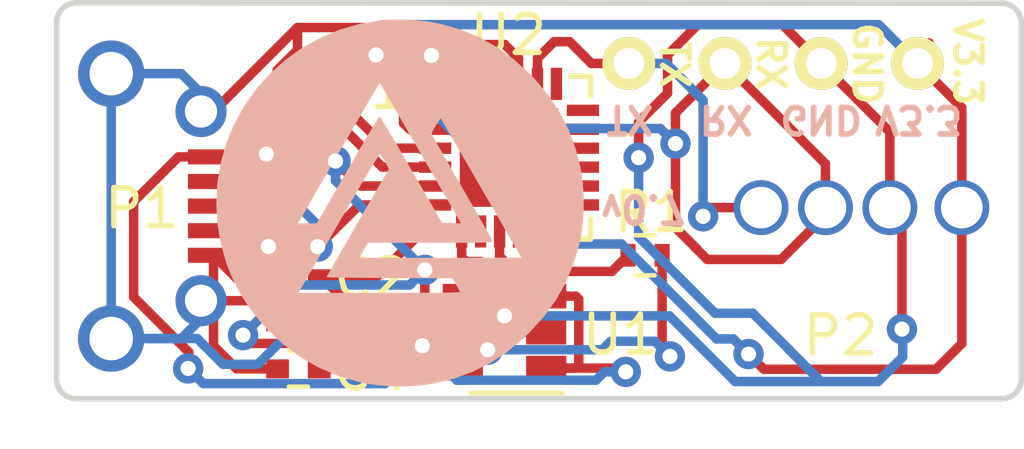
<source format=kicad_pcb>
(kicad_pcb (version 20170123) (host pcbnew no-vcs-found-c93ab4d~58~ubuntu17.04.1)

  (general
    (thickness 1.6)
    (drawings 18)
    (tracks 251)
    (zones 0)
    (modules 11)
    (nets 26)
  )

  (page A4)
  (layers
    (0 F.Cu signal)
    (31 B.Cu signal)
    (32 B.Adhes user)
    (33 F.Adhes user)
    (34 B.Paste user)
    (35 F.Paste user)
    (36 B.SilkS user)
    (37 F.SilkS user)
    (38 B.Mask user)
    (39 F.Mask user)
    (40 Dwgs.User user)
    (41 Cmts.User user)
    (42 Eco1.User user)
    (43 Eco2.User user hide)
    (44 Edge.Cuts user)
    (45 Margin user)
    (46 B.CrtYd user)
    (47 F.CrtYd user)
    (48 B.Fab user)
    (49 F.Fab user hide)
  )

  (setup
    (last_trace_width 0.25)
    (trace_clearance 0.2)
    (zone_clearance 0.508)
    (zone_45_only no)
    (trace_min 0.2)
    (segment_width 0.2)
    (edge_width 0.15)
    (via_size 0.8)
    (via_drill 0.4)
    (via_min_size 0.4)
    (via_min_drill 0.3)
    (uvia_size 0.3)
    (uvia_drill 0.1)
    (uvias_allowed no)
    (uvia_min_size 0.2)
    (uvia_min_drill 0.1)
    (pcb_text_width 0.3)
    (pcb_text_size 1.5 1.5)
    (mod_edge_width 0.15)
    (mod_text_size 1 1)
    (mod_text_width 0.15)
    (pad_size 0.85 0.3)
    (pad_drill 0)
    (pad_to_mask_clearance 0.2)
    (aux_axis_origin 0 0)
    (grid_origin 143.62 90.1)
    (visible_elements FFFFFF7F)
    (pcbplotparams
      (layerselection 0x010f0_ffffffff)
      (usegerberextensions true)
      (excludeedgelayer true)
      (linewidth 0.100000)
      (plotframeref false)
      (viasonmask false)
      (mode 1)
      (useauxorigin false)
      (hpglpennumber 1)
      (hpglpenspeed 20)
      (hpglpendiameter 15)
      (psnegative false)
      (psa4output false)
      (plotreference true)
      (plotvalue true)
      (plotinvisibletext false)
      (padsonsilk false)
      (subtractmaskfromsilk false)
      (outputformat 1)
      (mirror false)
      (drillshape 0)
      (scaleselection 1)
      (outputdirectory gerber/))
  )

  (net 0 "")
  (net 1 V3.3)
  (net 2 VCC)
  (net 3 V1.8)
  (net 4 GND)
  (net 5 USB_D+)
  (net 6 USB_D-)
  (net 7 RX)
  (net 8 TX)
  (net 9 "Net-(R1-Pad1)")
  (net 10 "Net-(P1-Pad4)")
  (net 11 "Net-(U1-Pad4)")
  (net 12 "Net-(U2-Pad24)")
  (net 13 "Net-(U2-Pad23)")
  (net 14 "Net-(U2-Pad22)")
  (net 15 "Net-(U2-Pad19)")
  (net 16 "Net-(U2-Pad18)")
  (net 17 "Net-(U2-Pad17)")
  (net 18 "Net-(U2-Pad16)")
  (net 19 "Net-(U2-Pad15)")
  (net 20 "Net-(U2-Pad14)")
  (net 21 "Net-(U2-Pad13)")
  (net 22 "Net-(U2-Pad12)")
  (net 23 "Net-(U2-Pad11)")
  (net 24 "Net-(U2-Pad10)")
  (net 25 "Net-(U2-Pad1)")

  (net_class Default "This is the default net class."
    (clearance 0.2)
    (trace_width 0.25)
    (via_dia 0.8)
    (via_drill 0.4)
    (uvia_dia 0.3)
    (uvia_drill 0.1)
    (add_net GND)
    (add_net "Net-(P1-Pad4)")
    (add_net "Net-(R1-Pad1)")
    (add_net "Net-(U1-Pad4)")
    (add_net "Net-(U2-Pad1)")
    (add_net "Net-(U2-Pad10)")
    (add_net "Net-(U2-Pad11)")
    (add_net "Net-(U2-Pad12)")
    (add_net "Net-(U2-Pad13)")
    (add_net "Net-(U2-Pad14)")
    (add_net "Net-(U2-Pad15)")
    (add_net "Net-(U2-Pad16)")
    (add_net "Net-(U2-Pad17)")
    (add_net "Net-(U2-Pad18)")
    (add_net "Net-(U2-Pad19)")
    (add_net "Net-(U2-Pad22)")
    (add_net "Net-(U2-Pad23)")
    (add_net "Net-(U2-Pad24)")
    (add_net RX)
    (add_net TX)
    (add_net USB_D+)
    (add_net USB_D-)
    (add_net V1.8)
    (add_net V3.3)
    (add_net VCC)
  )

  (module 54-00035:54-00035_nosilk (layer F.Cu) (tedit 596FAABE) (tstamp 595335EF)
    (at 149.1 88.68)
    (path /57AE816E)
    (fp_text reference P2 (at 4.05 3.38) (layer F.SilkS)
      (effects (font (size 1 1) (thickness 0.15)))
    )
    (fp_text value 50-00397 (at 0 -4.5) (layer F.Fab)
      (effects (font (size 1 1) (thickness 0.15)))
    )
    (pad 4 thru_hole circle (at 7.25 0) (size 1.45 1.45) (drill 1.1) (layers *.Cu *.Mask)
      (net 1 V3.3))
    (pad 3 thru_hole circle (at 5.35 0) (size 1.45 1.45) (drill 1.1) (layers *.Cu *.Mask)
      (net 4 GND))
    (pad 2 thru_hole circle (at 3.65 0) (size 1.45 1.45) (drill 1.1) (layers *.Cu *.Mask)
      (net 7 RX))
    (pad 1 thru_hole circle (at 1.95 0) (size 1.45 1.45) (drill 1.1) (layers *.Cu *.Mask)
      (net 8 TX))
    (model ${KIPRJMOD}/lib/54-00035.step
      (at (xyz 1.043307086614173 0 0.09842519685039371))
      (scale (xyz 1 1 1))
      (rotate (xyz -90 0 180))
    )
  )

  (module usb_otg:USB_Micro-B (layer F.Cu) (tedit 5949F52F) (tstamp 5948D5AD)
    (at 135.25 88.64 270)
    (descr "Micro USB Type B Receptacle")
    (tags "USB USB_B USB_micro USB_OTG")
    (path /5946E592)
    (attr smd)
    (fp_text reference P1 (at 0.06 0.54) (layer F.SilkS)
      (effects (font (size 1 1) (thickness 0.15)))
    )
    (fp_text value USB_OTG (at 6.76 2.22) (layer F.Fab)
      (effects (font (size 1 1) (thickness 0.15)))
    )
    (fp_line (start -4.6 -2.59) (end 4.6 -2.59) (layer F.CrtYd) (width 0.05))
    (fp_line (start 4.6 -2.59) (end 4.6 4.26) (layer F.CrtYd) (width 0.05))
    (fp_line (start 4.6 4.26) (end -4.6 4.26) (layer F.CrtYd) (width 0.05))
    (fp_line (start -4.6 4.26) (end -4.6 -2.59) (layer F.CrtYd) (width 0.05))
    (pad 1 smd rect (at -1.3 -1.35) (size 1.35 0.4) (layers F.Cu F.Paste F.Mask)
      (net 2 VCC))
    (pad 2 smd rect (at -0.65 -1.35) (size 1.35 0.4) (layers F.Cu F.Paste F.Mask)
      (net 6 USB_D-))
    (pad 3 smd rect (at 0 -1.35) (size 1.35 0.4) (layers F.Cu F.Paste F.Mask)
      (net 5 USB_D+))
    (pad 4 smd rect (at 0.65 -1.35) (size 1.35 0.4) (layers F.Cu F.Paste F.Mask)
      (net 10 "Net-(P1-Pad4)"))
    (pad 5 smd rect (at 1.3 -1.35) (size 1.35 0.4) (layers F.Cu F.Paste F.Mask)
      (net 4 GND))
    (pad 6 thru_hole circle (at -2.5 -1.02) (size 1.35 1.35) (drill 0.85) (layers *.Cu *.Mask)
      (net 4 GND))
    (pad 6 thru_hole circle (at 2.5 -1.02) (size 1.35 1.35) (drill 0.85) (layers *.Cu *.Mask)
      (net 4 GND))
    (pad 6 thru_hole circle (at -3.5 1.35) (size 1.75 1.75) (drill 1.15) (layers *.Cu *.Mask)
      (net 4 GND))
    (pad 6 thru_hole circle (at 3.5 1.35) (size 1.75 1.75) (drill 1.15) (layers *.Cu *.Mask)
      (net 4 GND))
    (model ${KIPRJMOD}/lib/molex.3dshapes/105017-0001.wrl
      (at (xyz 0 -0.05905511811023623 0))
      (scale (xyz 0.4 0.4 0.4))
      (rotate (xyz 90 180 180))
    )
  )

  (module Capacitors_SMD:C_0402 (layer F.Cu) (tedit 58AA841A) (tstamp 5948D575)
    (at 138.84 90.56)
    (descr "Capacitor SMD 0402, reflow soldering, AVX (see smccp.pdf)")
    (tags "capacitor 0402")
    (path /57AE72EC)
    (attr smd)
    (fp_text reference C2 (at 1.93 -0.01) (layer F.SilkS)
      (effects (font (size 1 1) (thickness 0.15)))
    )
    (fp_text value 1uF (at 0 1.27) (layer F.Fab)
      (effects (font (size 1 1) (thickness 0.15)))
    )
    (fp_text user %R (at 0 -1.27) (layer F.Fab)
      (effects (font (size 1 1) (thickness 0.15)))
    )
    (fp_line (start -0.5 0.25) (end -0.5 -0.25) (layer F.Fab) (width 0.1))
    (fp_line (start 0.5 0.25) (end -0.5 0.25) (layer F.Fab) (width 0.1))
    (fp_line (start 0.5 -0.25) (end 0.5 0.25) (layer F.Fab) (width 0.1))
    (fp_line (start -0.5 -0.25) (end 0.5 -0.25) (layer F.Fab) (width 0.1))
    (fp_line (start 0.25 -0.47) (end -0.25 -0.47) (layer F.SilkS) (width 0.12))
    (fp_line (start -0.25 0.47) (end 0.25 0.47) (layer F.SilkS) (width 0.12))
    (fp_line (start -1 -0.4) (end 1 -0.4) (layer F.CrtYd) (width 0.05))
    (fp_line (start -1 -0.4) (end -1 0.4) (layer F.CrtYd) (width 0.05))
    (fp_line (start 1 0.4) (end 1 -0.4) (layer F.CrtYd) (width 0.05))
    (fp_line (start 1 0.4) (end -1 0.4) (layer F.CrtYd) (width 0.05))
    (pad 1 smd rect (at -0.55 0) (size 0.6 0.5) (layers F.Cu F.Paste F.Mask)
      (net 4 GND))
    (pad 2 smd rect (at 0.55 0) (size 0.6 0.5) (layers F.Cu F.Paste F.Mask)
      (net 2 VCC))
    (model Capacitors_SMD.3dshapes/C_0402.wrl
      (at (xyz 0 0 0))
      (scale (xyz 1 1 1))
      (rotate (xyz 0 0 0))
    )
  )

  (module Capacitors_SMD:C_0402 (layer F.Cu) (tedit 58AA841A) (tstamp 5948D586)
    (at 138.84 91.69 180)
    (descr "Capacitor SMD 0402, reflow soldering, AVX (see smccp.pdf)")
    (tags "capacitor 0402")
    (path /57AE6D2E)
    (attr smd)
    (fp_text reference C3 (at -1.93 -0.06) (layer F.SilkS)
      (effects (font (size 1 1) (thickness 0.15)))
    )
    (fp_text value 1uF (at 0 1.27 180) (layer F.Fab)
      (effects (font (size 1 1) (thickness 0.15)))
    )
    (fp_text user %R (at 0 -1.27 180) (layer F.Fab)
      (effects (font (size 1 1) (thickness 0.15)))
    )
    (fp_line (start -0.5 0.25) (end -0.5 -0.25) (layer F.Fab) (width 0.1))
    (fp_line (start 0.5 0.25) (end -0.5 0.25) (layer F.Fab) (width 0.1))
    (fp_line (start 0.5 -0.25) (end 0.5 0.25) (layer F.Fab) (width 0.1))
    (fp_line (start -0.5 -0.25) (end 0.5 -0.25) (layer F.Fab) (width 0.1))
    (fp_line (start 0.25 -0.47) (end -0.25 -0.47) (layer F.SilkS) (width 0.12))
    (fp_line (start -0.25 0.47) (end 0.25 0.47) (layer F.SilkS) (width 0.12))
    (fp_line (start -1 -0.4) (end 1 -0.4) (layer F.CrtYd) (width 0.05))
    (fp_line (start -1 -0.4) (end -1 0.4) (layer F.CrtYd) (width 0.05))
    (fp_line (start 1 0.4) (end 1 -0.4) (layer F.CrtYd) (width 0.05))
    (fp_line (start 1 0.4) (end -1 0.4) (layer F.CrtYd) (width 0.05))
    (pad 1 smd rect (at -0.55 0 180) (size 0.6 0.5) (layers F.Cu F.Paste F.Mask)
      (net 3 V1.8))
    (pad 2 smd rect (at 0.55 0 180) (size 0.6 0.5) (layers F.Cu F.Paste F.Mask)
      (net 4 GND))
    (model Capacitors_SMD.3dshapes/C_0402.wrl
      (at (xyz 0 0 0))
      (scale (xyz 1 1 1))
      (rotate (xyz 0 0 0))
    )
  )

  (module Capacitors_SMD:C_0402 (layer F.Cu) (tedit 58AA841A) (tstamp 5948D597)
    (at 138.84 92.94 180)
    (descr "Capacitor SMD 0402, reflow soldering, AVX (see smccp.pdf)")
    (tags "capacitor 0402")
    (path /57AE6C18)
    (attr smd)
    (fp_text reference C4 (at -1.9 -0.05) (layer F.SilkS)
      (effects (font (size 1 1) (thickness 0.15)))
    )
    (fp_text value 1uF (at 0 1.27 180) (layer F.Fab)
      (effects (font (size 1 1) (thickness 0.15)))
    )
    (fp_line (start 1 0.4) (end -1 0.4) (layer F.CrtYd) (width 0.05))
    (fp_line (start 1 0.4) (end 1 -0.4) (layer F.CrtYd) (width 0.05))
    (fp_line (start -1 -0.4) (end -1 0.4) (layer F.CrtYd) (width 0.05))
    (fp_line (start -1 -0.4) (end 1 -0.4) (layer F.CrtYd) (width 0.05))
    (fp_line (start -0.25 0.47) (end 0.25 0.47) (layer F.SilkS) (width 0.12))
    (fp_line (start 0.25 -0.47) (end -0.25 -0.47) (layer F.SilkS) (width 0.12))
    (fp_line (start -0.5 -0.25) (end 0.5 -0.25) (layer F.Fab) (width 0.1))
    (fp_line (start 0.5 -0.25) (end 0.5 0.25) (layer F.Fab) (width 0.1))
    (fp_line (start 0.5 0.25) (end -0.5 0.25) (layer F.Fab) (width 0.1))
    (fp_line (start -0.5 0.25) (end -0.5 -0.25) (layer F.Fab) (width 0.1))
    (fp_text user %R (at 0 -1.27 180) (layer F.Fab)
      (effects (font (size 1 1) (thickness 0.15)))
    )
    (pad 2 smd rect (at 0.55 0 180) (size 0.6 0.5) (layers F.Cu F.Paste F.Mask)
      (net 4 GND))
    (pad 1 smd rect (at -0.55 0 180) (size 0.6 0.5) (layers F.Cu F.Paste F.Mask)
      (net 2 VCC))
    (model Capacitors_SMD.3dshapes/C_0402.wrl
      (at (xyz 0 0 0))
      (scale (xyz 1 1 1))
      (rotate (xyz 0 0 0))
    )
  )

  (module footprints:CONN_2.54mm_1x4_no-outline (layer F.Cu) (tedit 566A6078) (tstamp 5948D5E5)
    (at 151.37 84.87)
    (path /57AE7C57)
    (fp_text reference P3 (at 0 2.2) (layer F.SilkS) hide
      (effects (font (size 1 1) (thickness 0.15)))
    )
    (fp_text value CONN_01X04 (at 0 4.1) (layer F.SilkS) hide
      (effects (font (thickness 0.3048)))
    )
    (pad 2 thru_hole circle (at 1.27 0) (size 1.397 1.397) (drill 0.8128) (layers *.Cu *.Mask F.SilkS)
      (net 4 GND))
    (pad 3 thru_hole circle (at -1.27 0) (size 1.397 1.397) (drill 0.8128) (layers *.Cu *.Mask F.SilkS)
      (net 7 RX))
    (pad 1 thru_hole oval (at 3.81 0) (size 1.397 1.397) (drill 0.8128) (layers *.Cu *.Mask F.SilkS)
      (net 1 V3.3))
    (pad 4 thru_hole circle (at -3.81 0) (size 1.397 1.397) (drill 0.8128) (layers *.Cu *.Mask F.SilkS)
      (net 8 TX))
  )

  (module Resistors_SMD:R_0402 (layer F.Cu) (tedit 58E0A804) (tstamp 5948D5F6)
    (at 147.99 89.94)
    (descr "Resistor SMD 0402, reflow soldering, Vishay (see dcrcw.pdf)")
    (tags "resistor 0402")
    (path /5946D9F9)
    (attr smd)
    (fp_text reference R1 (at 0.16 -1.14) (layer F.SilkS)
      (effects (font (size 1 1) (thickness 0.15)))
    )
    (fp_text value 1k (at 0 1.45) (layer F.Fab)
      (effects (font (size 1 1) (thickness 0.15)))
    )
    (fp_line (start 0.8 0.45) (end -0.8 0.45) (layer F.CrtYd) (width 0.05))
    (fp_line (start 0.8 0.45) (end 0.8 -0.45) (layer F.CrtYd) (width 0.05))
    (fp_line (start -0.8 -0.45) (end -0.8 0.45) (layer F.CrtYd) (width 0.05))
    (fp_line (start -0.8 -0.45) (end 0.8 -0.45) (layer F.CrtYd) (width 0.05))
    (fp_line (start -0.25 0.53) (end 0.25 0.53) (layer F.SilkS) (width 0.12))
    (fp_line (start 0.25 -0.53) (end -0.25 -0.53) (layer F.SilkS) (width 0.12))
    (fp_line (start -0.5 -0.25) (end 0.5 -0.25) (layer F.Fab) (width 0.1))
    (fp_line (start 0.5 -0.25) (end 0.5 0.25) (layer F.Fab) (width 0.1))
    (fp_line (start 0.5 0.25) (end -0.5 0.25) (layer F.Fab) (width 0.1))
    (fp_line (start -0.5 0.25) (end -0.5 -0.25) (layer F.Fab) (width 0.1))
    (fp_text user %R (at 0 -1.35) (layer F.Fab)
      (effects (font (size 1 1) (thickness 0.15)))
    )
    (pad 2 smd rect (at 0.45 0) (size 0.4 0.6) (layers F.Cu F.Paste F.Mask)
      (net 3 V1.8))
    (pad 1 smd rect (at -0.45 0) (size 0.4 0.6) (layers F.Cu F.Paste F.Mask)
      (net 9 "Net-(R1-Pad1)"))
    (model ${KISYS3DMOD}/Resistors_SMD.3dshapes/R_0402.wrl
      (at (xyz 0 0 0))
      (scale (xyz 1 1 1))
      (rotate (xyz 0 0 0))
    )
  )

  (module TO_SOT_Packages_SMD:SOT-23-5 (layer F.Cu) (tedit 58CE4E7E) (tstamp 5948D60B)
    (at 144.28 91.97 180)
    (descr "5-pin SOT23 package")
    (tags SOT-23-5)
    (path /57AE6B56)
    (attr smd)
    (fp_text reference U1 (at -3.06 -0.07) (layer F.SilkS)
      (effects (font (size 1 1) (thickness 0.15)))
    )
    (fp_text value TCR2EF18 (at 0 2.9 180) (layer F.Fab)
      (effects (font (size 1 1) (thickness 0.15)))
    )
    (fp_line (start 0.9 -1.55) (end 0.9 1.55) (layer F.Fab) (width 0.1))
    (fp_line (start 0.9 1.55) (end -0.9 1.55) (layer F.Fab) (width 0.1))
    (fp_line (start -0.9 -0.9) (end -0.9 1.55) (layer F.Fab) (width 0.1))
    (fp_line (start 0.9 -1.55) (end -0.25 -1.55) (layer F.Fab) (width 0.1))
    (fp_line (start -0.9 -0.9) (end -0.25 -1.55) (layer F.Fab) (width 0.1))
    (fp_line (start -1.9 1.8) (end -1.9 -1.8) (layer F.CrtYd) (width 0.05))
    (fp_line (start 1.9 1.8) (end -1.9 1.8) (layer F.CrtYd) (width 0.05))
    (fp_line (start 1.9 -1.8) (end 1.9 1.8) (layer F.CrtYd) (width 0.05))
    (fp_line (start -1.9 -1.8) (end 1.9 -1.8) (layer F.CrtYd) (width 0.05))
    (fp_line (start 0.9 -1.61) (end -1.55 -1.61) (layer F.SilkS) (width 0.12))
    (fp_line (start -0.9 1.61) (end 0.9 1.61) (layer F.SilkS) (width 0.12))
    (fp_text user %R (at 0 0 180) (layer F.Fab)
      (effects (font (size 0.5 0.5) (thickness 0.075)))
    )
    (pad 5 smd rect (at 1.1 -0.95 180) (size 1.06 0.65) (layers F.Cu F.Paste F.Mask)
      (net 3 V1.8))
    (pad 4 smd rect (at 1.1 0.95 180) (size 1.06 0.65) (layers F.Cu F.Paste F.Mask)
      (net 11 "Net-(U1-Pad4)"))
    (pad 3 smd rect (at -1.1 0.95 180) (size 1.06 0.65) (layers F.Cu F.Paste F.Mask)
      (net 2 VCC))
    (pad 2 smd rect (at -1.1 0 180) (size 1.06 0.65) (layers F.Cu F.Paste F.Mask)
      (net 4 GND))
    (pad 1 smd rect (at -1.1 -0.95 180) (size 1.06 0.65) (layers F.Cu F.Paste F.Mask)
      (net 2 VCC))
    (model ${KISYS3DMOD}/TO_SOT_Packages_SMD.3dshapes/SOT-23-5.wrl
      (at (xyz 0 0 0))
      (scale (xyz 1 1 1))
      (rotate (xyz 0 0 0))
    )
  )

  (module Housings_DFN_QFN:QFN-24-1EP_4x4mm_Pitch0.5mm (layer F.Cu) (tedit 595795CA) (tstamp 5948D63B)
    (at 144.4 87.36)
    (descr "24-Lead Plastic Quad Flat, No Lead Package (MJ) - 4x4x0.9 mm Body [QFN]; (see Microchip Packaging Specification 00000049BS.pdf)")
    (tags "QFN 0.5")
    (path /5946BDF1)
    (attr smd)
    (fp_text reference U2 (at -0.02 -3.24) (layer F.SilkS)
      (effects (font (size 1 1) (thickness 0.15)))
    )
    (fp_text value CP2102N-A01-GQFN24 (at 0.1 -4.6) (layer F.Fab)
      (effects (font (size 1 1) (thickness 0.15)))
    )
    (fp_line (start 2.15 -2.15) (end 1.625 -2.15) (layer F.SilkS) (width 0.15))
    (fp_line (start 2.15 2.15) (end 1.625 2.15) (layer F.SilkS) (width 0.15))
    (fp_line (start -2.15 2.15) (end -1.625 2.15) (layer F.SilkS) (width 0.15))
    (fp_line (start -2.15 -2.15) (end -1.625 -2.15) (layer F.SilkS) (width 0.15))
    (fp_line (start 2.15 2.15) (end 2.15 1.625) (layer F.SilkS) (width 0.15))
    (fp_line (start -2.15 2.15) (end -2.15 1.625) (layer F.SilkS) (width 0.15))
    (fp_line (start 2.15 -2.15) (end 2.15 -1.625) (layer F.SilkS) (width 0.15))
    (fp_line (start -2.65 2.65) (end 2.65 2.65) (layer F.CrtYd) (width 0.05))
    (fp_line (start -2.65 -2.65) (end 2.65 -2.65) (layer F.CrtYd) (width 0.05))
    (fp_line (start 2.65 -2.65) (end 2.65 2.65) (layer F.CrtYd) (width 0.05))
    (fp_line (start -2.65 -2.65) (end -2.65 2.65) (layer F.CrtYd) (width 0.05))
    (fp_line (start -2 -1) (end -1 -2) (layer F.Fab) (width 0.15))
    (fp_line (start -2 2) (end -2 -1) (layer F.Fab) (width 0.15))
    (fp_line (start 2 2) (end -2 2) (layer F.Fab) (width 0.15))
    (fp_line (start 2 -2) (end 2 2) (layer F.Fab) (width 0.15))
    (fp_line (start -1 -2) (end 2 -2) (layer F.Fab) (width 0.15))
    (pad 25 smd rect (at -0.65 -0.65) (size 1.3 1.3) (layers F.Cu F.Paste F.Mask)
      (net 4 GND) (solder_paste_margin_ratio -0.2))
    (pad 25 smd rect (at -0.65 0.65) (size 1.3 1.3) (layers F.Cu F.Paste F.Mask)
      (net 4 GND) (solder_paste_margin_ratio -0.2))
    (pad 25 smd rect (at 0.65 -0.65) (size 1.3 1.3) (layers F.Cu F.Paste F.Mask)
      (net 4 GND) (solder_paste_margin_ratio -0.2))
    (pad 25 smd rect (at 0.65 0.65) (size 1.3 1.3) (layers F.Cu F.Paste F.Mask)
      (net 4 GND) (solder_paste_margin_ratio -0.2))
    (pad 24 smd rect (at -1.25 -1.95 90) (size 0.85 0.3) (layers F.Cu F.Paste F.Mask)
      (net 12 "Net-(U2-Pad24)"))
    (pad 23 smd rect (at -0.75 -1.95 90) (size 0.85 0.3) (layers F.Cu F.Paste F.Mask)
      (net 13 "Net-(U2-Pad23)"))
    (pad 22 smd rect (at -0.25 -1.95 90) (size 0.85 0.3) (layers F.Cu F.Paste F.Mask)
      (net 14 "Net-(U2-Pad22)"))
    (pad 21 smd rect (at 0.25 -1.95 90) (size 0.85 0.3) (layers F.Cu F.Paste F.Mask)
      (net 7 RX))
    (pad 20 smd rect (at 0.75 -1.95 90) (size 0.85 0.3) (layers F.Cu F.Paste F.Mask)
      (net 8 TX))
    (pad 19 smd rect (at 1.25 -1.95 90) (size 0.85 0.3) (layers F.Cu F.Paste F.Mask)
      (net 15 "Net-(U2-Pad19)"))
    (pad 18 smd rect (at 1.95 -1.25) (size 0.85 0.3) (layers F.Cu F.Paste F.Mask)
      (net 16 "Net-(U2-Pad18)"))
    (pad 17 smd rect (at 1.95 -0.75) (size 0.85 0.3) (layers F.Cu F.Paste F.Mask)
      (net 17 "Net-(U2-Pad17)"))
    (pad 16 smd rect (at 1.95 -0.25) (size 0.85 0.3) (layers F.Cu F.Paste F.Mask)
      (net 18 "Net-(U2-Pad16)"))
    (pad 15 smd rect (at 1.95 0.25) (size 0.85 0.3) (layers F.Cu F.Paste F.Mask)
      (net 19 "Net-(U2-Pad15)"))
    (pad 14 smd rect (at 1.95 0.75) (size 0.85 0.3) (layers F.Cu F.Paste F.Mask)
      (net 20 "Net-(U2-Pad14)"))
    (pad 13 smd rect (at 1.95 1.25) (size 0.85 0.3) (layers F.Cu F.Paste F.Mask)
      (net 21 "Net-(U2-Pad13)"))
    (pad 12 smd rect (at 1.25 1.95 90) (size 0.85 0.3) (layers F.Cu F.Paste F.Mask)
      (net 22 "Net-(U2-Pad12)"))
    (pad 11 smd rect (at 0.75 1.95 90) (size 0.85 0.3) (layers F.Cu F.Paste F.Mask)
      (net 23 "Net-(U2-Pad11)"))
    (pad 10 smd rect (at 0.25 1.95 90) (size 0.85 0.3) (layers F.Cu F.Paste F.Mask)
      (net 24 "Net-(U2-Pad10)"))
    (pad 9 smd rect (at -0.25 1.95 90) (size 0.85 0.3) (layers F.Cu F.Paste F.Mask)
      (net 9 "Net-(R1-Pad1)"))
    (pad 8 smd rect (at -0.75 1.95 90) (size 0.85 0.3) (layers F.Cu F.Paste F.Mask)
      (net 2 VCC))
    (pad 7 smd rect (at -1.25 1.95 90) (size 0.85 0.3) (layers F.Cu F.Paste F.Mask)
      (net 2 VCC))
    (pad 6 smd rect (at -1.95 1.25) (size 0.85 0.3) (layers F.Cu F.Paste F.Mask)
      (net 1 V3.3))
    (pad 5 smd rect (at -1.95 0.75) (size 0.85 0.3) (layers F.Cu F.Paste F.Mask)
      (net 3 V1.8))
    (pad 4 smd rect (at -1.95 0.25) (size 0.85 0.3) (layers F.Cu F.Paste F.Mask)
      (net 6 USB_D-))
    (pad 3 smd rect (at -1.95 -0.25) (size 0.85 0.3) (layers F.Cu F.Paste F.Mask)
      (net 5 USB_D+))
    (pad 2 smd rect (at -1.95 -0.75) (size 0.85 0.3) (layers F.Cu F.Paste F.Mask)
      (net 4 GND))
    (pad 1 smd rect (at -1.95 -1.25) (size 0.85 0.3) (layers F.Cu F.Paste F.Mask)
      (net 25 "Net-(U2-Pad1)"))
    (model Housings_DFN_QFN.3dshapes/QFN-24-1EP_4x4mm_Pitch0.5mm.wrl
      (at (xyz 0 0 0))
      (scale (xyz 1 1 1))
      (rotate (xyz 0 0 0))
    )
  )

  (module Capacitors_SMD:C_0402 (layer F.Cu) (tedit 58AA841A) (tstamp 5957F8DE)
    (at 138.83 85.55 180)
    (descr "Capacitor SMD 0402, reflow soldering, AVX (see smccp.pdf)")
    (tags "capacitor 0402")
    (path /59579678)
    (attr smd)
    (fp_text reference C1 (at -1.88 0 180) (layer F.SilkS)
      (effects (font (size 1 1) (thickness 0.15)))
    )
    (fp_text value 1uF (at 0 1.27 180) (layer F.Fab)
      (effects (font (size 1 1) (thickness 0.15)))
    )
    (fp_line (start 1 0.4) (end -1 0.4) (layer F.CrtYd) (width 0.05))
    (fp_line (start 1 0.4) (end 1 -0.4) (layer F.CrtYd) (width 0.05))
    (fp_line (start -1 -0.4) (end -1 0.4) (layer F.CrtYd) (width 0.05))
    (fp_line (start -1 -0.4) (end 1 -0.4) (layer F.CrtYd) (width 0.05))
    (fp_line (start -0.25 0.47) (end 0.25 0.47) (layer F.SilkS) (width 0.12))
    (fp_line (start 0.25 -0.47) (end -0.25 -0.47) (layer F.SilkS) (width 0.12))
    (fp_line (start -0.5 -0.25) (end 0.5 -0.25) (layer F.Fab) (width 0.1))
    (fp_line (start 0.5 -0.25) (end 0.5 0.25) (layer F.Fab) (width 0.1))
    (fp_line (start 0.5 0.25) (end -0.5 0.25) (layer F.Fab) (width 0.1))
    (fp_line (start -0.5 0.25) (end -0.5 -0.25) (layer F.Fab) (width 0.1))
    (fp_text user %R (at 0 -1.27 180) (layer F.Fab)
      (effects (font (size 1 1) (thickness 0.15)))
    )
    (pad 2 smd rect (at 0.55 0 180) (size 0.6 0.5) (layers F.Cu F.Paste F.Mask)
      (net 4 GND))
    (pad 1 smd rect (at -0.55 0 180) (size 0.6 0.5) (layers F.Cu F.Paste F.Mask)
      (net 1 V3.3))
    (model Capacitors_SMD.3dshapes/C_0402.wrl
      (at (xyz 0 0 0))
      (scale (xyz 1 1 1))
      (rotate (xyz 0 0 0))
    )
  )

  (module copperhead_logo:copperhead_logo (layer B.Cu) (tedit 0) (tstamp 596FA9E2)
    (at 141.43 88.4)
    (path /57AF243B)
    (fp_text reference W1 (at 0 0) (layer B.SilkS) hide
      (effects (font (thickness 0.3)) (justify mirror))
    )
    (fp_text value LOGO (at 0.75 0) (layer B.SilkS) hide
      (effects (font (thickness 0.3)) (justify mirror))
    )
    (fp_poly (pts (xy 0.286595 4.997953) (xy 0.652425 4.97361) (xy 0.978773 4.925874) (xy 1.513452 4.793043)
      (xy 2.009899 4.611833) (xy 2.473986 4.379106) (xy 2.911581 4.091724) (xy 3.328554 3.746551)
      (xy 3.50953 3.573031) (xy 3.882533 3.161764) (xy 4.196417 2.731413) (xy 4.45407 2.276573)
      (xy 4.658382 1.791838) (xy 4.812242 1.271805) (xy 4.862373 1.042274) (xy 4.910585 0.711301)
      (xy 4.934611 0.345163) (xy 4.934452 -0.032595) (xy 4.910109 -0.398425) (xy 4.862373 -0.724773)
      (xy 4.728781 -1.261192) (xy 4.545946 -1.760049) (xy 4.31098 -2.226749) (xy 4.020993 -2.666697)
      (xy 3.673096 -3.085297) (xy 3.50953 -3.25553) (xy 3.095062 -3.631) (xy 2.660805 -3.947073)
      (xy 2.202899 -4.205819) (xy 1.717484 -4.409311) (xy 1.200701 -4.559619) (xy 1.000125 -4.602293)
      (xy 0.77577 -4.637061) (xy 0.517751 -4.663239) (xy 0.246379 -4.679854) (xy -0.018034 -4.685937)
      (xy -0.255177 -4.680517) (xy -0.396875 -4.669035) (xy -0.95683 -4.57297) (xy -1.492599 -4.418811)
      (xy -2.001529 -4.208039) (xy -2.480971 -3.942137) (xy -2.928275 -3.622585) (xy -3.340789 -3.250867)
      (xy -3.715863 -2.828462) (xy -3.736754 -2.802004) (xy -4.045523 -2.358026) (xy -4.29936 -1.886324)
      (xy -4.497617 -1.392117) (xy -4.639646 -0.880626) (xy -4.724799 -0.357072) (xy -4.75243 0.173326)
      (xy -4.722283 0.6985) (xy -2.604785 0.6985) (xy -2.51683 0.545361) (xy -2.30908 0.183999)
      (xy -2.100804 -0.177609) (xy -1.894435 -0.535281) (xy -1.692406 -0.884836) (xy -1.497151 -1.222092)
      (xy -1.311103 -1.542868) (xy -1.136697 -1.84298) (xy -0.976364 -2.118249) (xy -0.832538 -2.364491)
      (xy -0.707654 -2.577526) (xy -0.604144 -2.753172) (xy -0.524441 -2.887246) (xy -0.47098 -2.975568)
      (xy -0.446194 -3.013955) (xy -0.444822 -3.015284) (xy -0.426146 -2.988446) (xy -0.379172 -2.912028)
      (xy -0.307152 -2.791559) (xy -0.213336 -2.632567) (xy -0.100976 -2.440581) (xy 0.026679 -2.221131)
      (xy 0.166376 -1.979743) (xy 0.278627 -1.784971) (xy 0.442484 -1.500212) (xy 0.610981 -1.207497)
      (xy 0.778367 -0.916808) (xy 0.93889 -0.63813) (xy 1.086799 -0.381446) (xy 1.216344 -0.15674)
      (xy 1.321774 0.026006) (xy 1.348733 0.072699) (xy 1.711587 0.701022) (xy 1.454789 0.691824)
      (xy 1.197992 0.682625) (xy 0.386323 -0.722312) (xy 0.228568 -0.994639) (xy 0.080067 -1.249569)
      (xy -0.056115 -1.48194) (xy -0.176914 -1.686592) (xy -0.279267 -1.858364) (xy -0.36011 -1.992097)
      (xy -0.416379 -2.082629) (xy -0.445011 -2.1248) (xy -0.447752 -2.12725) (xy -0.46749 -2.100571)
      (xy -0.515783 -2.023965) (xy -0.589579 -1.902579) (xy -0.685822 -1.74156) (xy -0.80146 -1.546054)
      (xy -0.933438 -1.321209) (xy -1.078703 -1.072172) (xy -1.234201 -0.804088) (xy -1.286053 -0.714375)
      (xy -2.101947 0.6985) (xy -2.604785 0.6985) (xy -4.722283 0.6985) (xy -4.72189 0.705345)
      (xy -4.632532 1.233766) (xy -4.483708 1.753369) (xy -4.345514 2.105153) (xy -4.127076 2.54)
      (xy -2.597748 2.54) (xy -1.529062 0.6855) (xy -1.30419 0.296075) (xy -1.108823 -0.040466)
      (xy -0.94143 -0.326643) (xy -0.800483 -0.564974) (xy -0.684453 -0.757975) (xy -0.59181 -0.908165)
      (xy -0.521027 -1.018062) (xy -0.470574 -1.090183) (xy -0.438921 -1.127047) (xy -0.425271 -1.132188)
      (xy -0.391849 -1.086032) (xy -0.340594 -1.003433) (xy -0.293013 -0.92075) (xy -0.19586 -0.746125)
      (xy -1.01868 0.677698) (xy -1.177131 0.95212) (xy -1.325549 1.209622) (xy -1.460973 1.445034)
      (xy -1.554371 1.607766) (xy -0.974568 1.607766) (xy -0.965463 1.57683) (xy -0.930335 1.506465)
      (xy -0.876531 1.411264) (xy -0.870541 1.401166) (xy -0.754579 1.2065) (xy 0.896107 1.2065)
      (xy 1.262239 1.206405) (xy 1.569856 1.206007) (xy 1.823946 1.205134) (xy 2.029492 1.203618)
      (xy 2.191481 1.201289) (xy 2.3149 1.197976) (xy 2.404732 1.19351) (xy 2.465965 1.18772)
      (xy 2.503583 1.180437) (xy 2.522573 1.17149) (xy 2.527921 1.16071) (xy 2.525835 1.150938)
      (xy 2.506213 1.113162) (xy 2.457891 1.025927) (xy 2.383998 0.894724) (xy 2.28766 0.725043)
      (xy 2.172005 0.522374) (xy 2.04016 0.292208) (xy 1.895252 0.040035) (xy 1.740408 -0.228655)
      (xy 1.712813 -0.27646) (xy 1.557397 -0.546069) (xy 1.412076 -0.798995) (xy 1.279873 -1.029923)
      (xy 1.163808 -1.233536) (xy 1.066903 -1.404515) (xy 0.992178 -1.537546) (xy 0.942656 -1.627309)
      (xy 0.921357 -1.668489) (xy 0.92075 -1.670409) (xy 0.935226 -1.712536) (xy 0.972357 -1.786109)
      (xy 1.022697 -1.875322) (xy 1.076798 -1.964366) (xy 1.125213 -2.037434) (xy 1.158496 -2.078718)
      (xy 1.166855 -2.082227) (xy 1.185409 -2.052333) (xy 1.23301 -1.97199) (xy 1.307 -1.845768)
      (xy 1.404723 -1.678237) (xy 1.523522 -1.473969) (xy 1.66074 -1.237534) (xy 1.813721 -0.973501)
      (xy 1.979808 -0.686443) (xy 2.156345 -0.380929) (xy 2.24325 -0.230393) (xy 3.301579 1.603375)
      (xy 1.169473 1.611538) (xy 0.80752 1.61275) (xy 0.464566 1.613561) (xy 0.145837 1.613981)
      (xy -0.143443 1.614018) (xy -0.398046 1.613682) (xy -0.612748 1.612982) (xy -0.782322 1.611927)
      (xy -0.901542 1.610527) (xy -0.965183 1.60879) (xy -0.974568 1.607766) (xy -1.554371 1.607766)
      (xy -1.58044 1.653186) (xy -1.680989 1.828906) (xy -1.759658 1.967026) (xy -1.813485 2.062373)
      (xy -1.839508 2.109778) (xy -1.8415 2.114102) (xy -1.810731 2.116667) (xy -1.722347 2.119366)
      (xy -1.582232 2.122126) (xy -1.396271 2.124871) (xy -1.170348 2.127529) (xy -0.910348 2.130026)
      (xy -0.622155 2.132287) (xy -0.311654 2.134239) (xy -0.184798 2.134905) (xy 1.471905 2.143125)
      (xy 1.576091 2.31775) (xy 1.630232 2.41166) (xy 1.668352 2.483805) (xy 1.681513 2.516188)
      (xy 1.65084 2.520218) (xy 1.561839 2.524034) (xy 1.419685 2.527578) (xy 1.229552 2.530792)
      (xy 0.996611 2.533618) (xy 0.726038 2.536) (xy 0.423004 2.537879) (xy 0.092683 2.539198)
      (xy -0.259752 2.539899) (xy -0.457499 2.54) (xy -2.597748 2.54) (xy -4.127076 2.54)
      (xy -4.125196 2.543742) (xy -3.859523 2.954886) (xy -3.541054 3.349523) (xy -3.383147 3.519858)
      (xy -2.974596 3.900625) (xy -2.535891 4.225754) (xy -2.065994 4.495807) (xy -1.563866 4.711348)
      (xy -1.02847 4.872938) (xy -0.788274 4.925874) (xy -0.457301 4.974086) (xy -0.091163 4.998112)
      (xy 0.286595 4.997953)) (layer B.SilkS) (width 0.01))
  )

  (gr_text TX (at 147.59 86.35 180) (layer B.SilkS) (tstamp 5970D116)
    (effects (font (size 0.7 0.7) (thickness 0.15)) (justify mirror))
  )
  (gr_text RX (at 150.13 86.35 180) (layer B.SilkS) (tstamp 5970D109)
    (effects (font (size 0.7 0.7) (thickness 0.15)) (justify mirror))
  )
  (gr_text GND (at 152.64 86.35 180) (layer B.SilkS) (tstamp 5970D0FD)
    (effects (font (size 0.7 0.7) (thickness 0.15)) (justify mirror))
  )
  (gr_text V3.3 (at 155.21 86.35 180) (layer B.SilkS) (tstamp 5970D0E9)
    (effects (font (size 0.7 0.7) (thickness 0.15)) (justify mirror))
  )
  (gr_text V3.3 (at 156.51 84.83 270) (layer F.SilkS)
    (effects (font (size 0.7 0.7) (thickness 0.15)))
  )
  (gr_text TX (at 148.77 84.89 270) (layer F.SilkS)
    (effects (font (size 0.7 0.7) (thickness 0.15)))
  )
  (gr_text v0.7 (at 147.94 88.71 180) (layer B.SilkS)
    (effects (font (size 0.7 0.7) (thickness 0.15)) (justify mirror))
  )
  (gr_arc (start 132.98 83.79) (end 133 83.27) (angle -93.30435508) (layer Edge.Cuts) (width 0.15) (tstamp 5948EB85))
  (gr_arc (start 132.98 93.21) (end 132.46 93.2) (angle -93.30431274) (layer Edge.Cuts) (width 0.15) (tstamp 5948EB7B))
  (gr_arc (start 157.4 93.21) (end 157.4 93.73) (angle -91.10169129) (layer Edge.Cuts) (width 0.15) (tstamp 5948EB71))
  (gr_arc (start 157.4 83.8) (end 157.92 83.8) (angle -90) (layer Edge.Cuts) (width 0.15))
  (gr_text GND (at 153.85 84.88 270) (layer F.SilkS)
    (effects (font (size 0.7 0.7) (thickness 0.15)))
  )
  (gr_text RX (at 151.32 84.87 270) (layer F.SilkS)
    (effects (font (size 0.7 0.7) (thickness 0.15)))
  )
  (gr_line (start 157.92 93.2) (end 157.92 83.81) (layer Edge.Cuts) (width 0.15))
  (gr_line (start 133 83.27) (end 157.4 83.28) (layer Edge.Cuts) (width 0.15))
  (gr_line (start 132.46 93.2) (end 132.46 83.8) (layer Edge.Cuts) (width 0.15))
  (gr_line (start 146.23 93.73) (end 157.4 93.73) (layer Edge.Cuts) (width 0.15))
  (gr_line (start 146.23 93.73) (end 133 93.73) (layer Edge.Cuts) (width 0.15))

  (segment (start 140.890135 84.081481) (end 141.125117 83.846499) (width 0.25) (layer B.Cu) (net 1))
  (segment (start 154.481501 84.171501) (end 155.18 84.87) (width 0.25) (layer B.Cu) (net 1))
  (segment (start 141.125117 83.846499) (end 154.156499 83.846499) (width 0.25) (layer B.Cu) (net 1))
  (segment (start 154.156499 83.846499) (end 154.481501 84.171501) (width 0.25) (layer B.Cu) (net 1))
  (segment (start 138.82 88.614313) (end 138.82 86.717301) (width 0.25) (layer B.Cu) (net 1))
  (segment (start 138.82 86.717301) (end 140.890135 84.647166) (width 0.25) (layer B.Cu) (net 1))
  (segment (start 139.35 89.709998) (end 139.35 89.144313) (width 0.25) (layer B.Cu) (net 1))
  (segment (start 139.35 89.144313) (end 138.82 88.614313) (width 0.25) (layer B.Cu) (net 1))
  (segment (start 142.45 88.61) (end 140.449998 88.61) (width 0.25) (layer F.Cu) (net 1))
  (via (at 139.35 89.709998) (size 0.8) (drill 0.4) (layers F.Cu B.Cu) (net 1))
  (segment (start 140.449998 88.61) (end 139.35 89.709998) (width 0.25) (layer F.Cu) (net 1))
  (segment (start 139.38 85.55) (end 139.987301 85.55) (width 0.25) (layer F.Cu) (net 1))
  (segment (start 139.987301 85.55) (end 140.890135 84.647166) (width 0.25) (layer F.Cu) (net 1))
  (segment (start 155.18 84.87) (end 156.35 86.04) (width 0.25) (layer F.Cu) (net 1))
  (segment (start 156.35 86.04) (end 156.35 88.68) (width 0.25) (layer F.Cu) (net 1))
  (segment (start 155.670001 92.949999) (end 156.35 92.27) (width 0.25) (layer F.Cu) (net 1))
  (segment (start 156.35 92.27) (end 156.35 88.68) (width 0.25) (layer F.Cu) (net 1))
  (segment (start 151.119999 92.949999) (end 155.670001 92.949999) (width 0.25) (layer F.Cu) (net 1))
  (segment (start 150.72 92.55) (end 151.119999 92.949999) (width 0.25) (layer F.Cu) (net 1))
  (segment (start 141.290134 85.047165) (end 140.890135 84.647166) (width 0.25) (layer B.Cu) (net 1))
  (segment (start 145.884371 89.641402) (end 141.290134 85.047165) (width 0.25) (layer B.Cu) (net 1))
  (segment (start 149.878588 92.150001) (end 147.369989 89.641402) (width 0.25) (layer B.Cu) (net 1))
  (segment (start 147.369989 89.641402) (end 145.884371 89.641402) (width 0.25) (layer B.Cu) (net 1))
  (segment (start 150.320001 92.150001) (end 149.878588 92.150001) (width 0.25) (layer B.Cu) (net 1))
  (segment (start 150.72 92.55) (end 150.320001 92.150001) (width 0.25) (layer B.Cu) (net 1))
  (via (at 140.890135 84.647166) (size 0.8) (drill 0.4) (layers F.Cu B.Cu) (net 1))
  (segment (start 140.890135 84.081481) (end 140.890135 84.647166) (width 0.25) (layer B.Cu) (net 1))
  (via (at 150.72 92.55) (size 0.8) (drill 0.4) (layers F.Cu B.Cu) (net 1))
  (segment (start 155.22 84.91) (end 155.18 84.87) (width 0.25) (layer B.Cu) (net 1))
  (segment (start 155.22 84.88) (end 155.13 84.79) (width 0.25) (layer B.Cu) (net 1))
  (segment (start 155.22 84.88) (end 155.13 84.79) (width 0.25) (layer F.Cu) (net 1))
  (segment (start 155.17 85.06) (end 155.17 84.65) (width 0.25) (layer F.Cu) (net 1))
  (segment (start 155.17 84.65) (end 155.49 84.33) (width 0.25) (layer F.Cu) (net 1))
  (segment (start 155.17 84.42) (end 155.17 85.06) (width 0.25) (layer F.Cu) (net 1))
  (segment (start 143.15 89.31) (end 143.65 89.31) (width 0.25) (layer F.Cu) (net 2))
  (segment (start 142.12 89.3) (end 140.86 90.56) (width 0.25) (layer F.Cu) (net 2))
  (segment (start 140.86 90.56) (end 139.39 90.56) (width 0.25) (layer F.Cu) (net 2))
  (segment (start 142.74 89.3) (end 142.12 89.3) (width 0.25) (layer F.Cu) (net 2))
  (segment (start 143.15 89.31) (end 142.75 89.31) (width 0.25) (layer F.Cu) (net 2))
  (segment (start 142.75 89.31) (end 142.74 89.3) (width 0.25) (layer F.Cu) (net 2))
  (segment (start 143.15 89.31) (end 143.15 89.985) (width 0.25) (layer F.Cu) (net 2))
  (segment (start 143.271413 90.106413) (end 143.65 90.106413) (width 0.25) (layer F.Cu) (net 2))
  (segment (start 143.15 89.985) (end 143.271413 90.106413) (width 0.25) (layer F.Cu) (net 2))
  (segment (start 139.39 92.94) (end 141.502194 92.94) (width 0.25) (layer F.Cu) (net 2))
  (segment (start 141.502194 92.94) (end 142.111204 92.33099) (width 0.25) (layer F.Cu) (net 2))
  (segment (start 147.48 93.02) (end 146.914315 93.02) (width 0.25) (layer B.Cu) (net 2))
  (segment (start 146.914315 93.02) (end 146.694315 93.24) (width 0.25) (layer B.Cu) (net 2))
  (segment (start 146.694315 93.24) (end 143.020214 93.24) (width 0.25) (layer B.Cu) (net 2))
  (segment (start 143.020214 93.24) (end 142.111204 92.33099) (width 0.25) (layer B.Cu) (net 2))
  (segment (start 141.120001 93.329999) (end 142.111204 92.338796) (width 0.25) (layer B.Cu) (net 2))
  (segment (start 142.111204 92.338796) (end 142.111204 92.33099) (width 0.25) (layer B.Cu) (net 2))
  (via (at 142.111204 92.33099) (size 0.8) (drill 0.4) (layers F.Cu B.Cu) (net 2))
  (segment (start 135.93 92.93) (end 136.329999 93.329999) (width 0.25) (layer B.Cu) (net 2))
  (segment (start 136.329999 93.329999) (end 141.120001 93.329999) (width 0.25) (layer B.Cu) (net 2))
  (segment (start 135.95 92.500508) (end 135.95 92.91) (width 0.25) (layer F.Cu) (net 2))
  (segment (start 135.95 92.91) (end 135.93 92.93) (width 0.25) (layer F.Cu) (net 2))
  (via (at 135.93 92.93) (size 0.8) (drill 0.4) (layers F.Cu B.Cu) (net 2))
  (segment (start 144.358904 90.815317) (end 143.65 90.106413) (width 0.25) (layer F.Cu) (net 2))
  (segment (start 145.38 91.02) (end 145.175317 90.815317) (width 0.25) (layer F.Cu) (net 2))
  (segment (start 145.175317 90.815317) (end 144.358904 90.815317) (width 0.25) (layer F.Cu) (net 2))
  (segment (start 134.492288 91.042796) (end 135.95 92.500508) (width 0.25) (layer F.Cu) (net 2))
  (segment (start 145.38 92.92) (end 147.38 92.92) (width 0.25) (layer F.Cu) (net 2))
  (via (at 147.48 93.02) (size 0.8) (drill 0.4) (layers F.Cu B.Cu) (net 2))
  (segment (start 147.38 92.92) (end 147.48 93.02) (width 0.25) (layer F.Cu) (net 2))
  (segment (start 134.492288 91.042796) (end 134.492288 88.522712) (width 0.25) (layer F.Cu) (net 2))
  (segment (start 134.492288 88.522712) (end 135.675 87.34) (width 0.25) (layer F.Cu) (net 2))
  (segment (start 135.675 87.34) (end 136.6 87.34) (width 0.25) (layer F.Cu) (net 2))
  (segment (start 139.39 92.94) (end 139.44 92.94) (width 0.25) (layer F.Cu) (net 2))
  (segment (start 139.46999 90.63999) (end 139.39 90.56) (width 0.25) (layer F.Cu) (net 2))
  (segment (start 139.44 92.94) (end 140.015001 92.364999) (width 0.25) (layer F.Cu) (net 2))
  (segment (start 140.015001 92.364999) (end 140.015001 91.078591) (width 0.25) (layer F.Cu) (net 2))
  (segment (start 139.5764 90.63999) (end 139.46999 90.63999) (width 0.25) (layer F.Cu) (net 2))
  (segment (start 140.015001 91.078591) (end 139.5764 90.63999) (width 0.25) (layer F.Cu) (net 2))
  (segment (start 139.37 92.94) (end 139.32 92.94) (width 0.25) (layer F.Cu) (net 2))
  (segment (start 145.38 92.92) (end 145.175 92.92) (width 0.25) (layer F.Cu) (net 2))
  (segment (start 139.42 92.94) (end 139.37 92.94) (width 0.25) (layer F.Cu) (net 2))
  (segment (start 146.24 92.84) (end 146.24 91.1) (width 0.25) (layer F.Cu) (net 2))
  (segment (start 146.24 91.1) (end 146.16 91.02) (width 0.25) (layer F.Cu) (net 2))
  (segment (start 146.16 91.02) (end 145.38 91.02) (width 0.25) (layer F.Cu) (net 2))
  (segment (start 145.38 92.92) (end 146.16 92.92) (width 0.25) (layer F.Cu) (net 2))
  (segment (start 146.16 92.92) (end 146.24 92.84) (width 0.25) (layer F.Cu) (net 2))
  (segment (start 142.177321 90.325439) (end 139.82 87.968118) (width 0.25) (layer B.Cu) (net 3))
  (segment (start 139.82 87.968118) (end 139.82 87.45) (width 0.25) (layer B.Cu) (net 3))
  (segment (start 142.45 88.11) (end 140.48 88.11) (width 0.25) (layer F.Cu) (net 3))
  (segment (start 140.48 88.11) (end 139.82 87.45) (width 0.25) (layer F.Cu) (net 3))
  (via (at 139.82 87.45) (size 0.8) (drill 0.4) (layers F.Cu B.Cu) (net 3))
  (segment (start 138.704562 90.725438) (end 137.779999 91.650001) (width 0.25) (layer B.Cu) (net 3))
  (segment (start 141.777322 90.725438) (end 138.704562 90.725438) (width 0.25) (layer B.Cu) (net 3))
  (segment (start 142.177321 90.325439) (end 141.777322 90.725438) (width 0.25) (layer B.Cu) (net 3))
  (segment (start 137.779999 91.650001) (end 137.38 92.05) (width 0.25) (layer B.Cu) (net 3))
  (via (at 143.834685 92.435279) (size 0.8) (drill 0.4) (layers F.Cu B.Cu) (net 3))
  (segment (start 148.645924 92.611244) (end 148.245925 92.211245) (width 0.25) (layer B.Cu) (net 3))
  (segment (start 143.434686 92.835278) (end 143.834685 92.435279) (width 0.25) (layer F.Cu) (net 3))
  (segment (start 143.349964 92.92) (end 143.434686 92.835278) (width 0.25) (layer F.Cu) (net 3))
  (segment (start 146.862625 92.435279) (end 144.40037 92.435279) (width 0.25) (layer B.Cu) (net 3))
  (segment (start 143.18 92.92) (end 143.349964 92.92) (width 0.25) (layer F.Cu) (net 3))
  (segment (start 144.40037 92.435279) (end 143.834685 92.435279) (width 0.25) (layer B.Cu) (net 3))
  (segment (start 148.245925 92.211245) (end 147.086659 92.211245) (width 0.25) (layer B.Cu) (net 3))
  (segment (start 147.086659 92.211245) (end 146.862625 92.435279) (width 0.25) (layer B.Cu) (net 3))
  (segment (start 148.44 89.94) (end 148.44 92.40532) (width 0.25) (layer F.Cu) (net 3))
  (via (at 148.645924 92.611244) (size 0.8) (drill 0.4) (layers F.Cu B.Cu) (net 3))
  (segment (start 148.44 92.40532) (end 148.645924 92.611244) (width 0.25) (layer F.Cu) (net 3))
  (segment (start 139.39 91.69) (end 139.34 91.69) (width 0.25) (layer F.Cu) (net 3))
  (segment (start 139.34 91.69) (end 138.760954 92.269046) (width 0.25) (layer F.Cu) (net 3))
  (segment (start 138.760954 92.269046) (end 137.599046 92.269046) (width 0.25) (layer F.Cu) (net 3))
  (segment (start 137.599046 92.269046) (end 137.38 92.05) (width 0.25) (layer F.Cu) (net 3))
  (via (at 137.38 92.05) (size 0.8) (drill 0.4) (layers F.Cu B.Cu) (net 3))
  (via (at 142.177321 90.325439) (size 0.8) (drill 0.4) (layers F.Cu B.Cu) (net 3))
  (segment (start 142.177321 91.342321) (end 142.177321 90.325439) (width 0.25) (layer F.Cu) (net 3))
  (segment (start 143.18 92.92) (end 143.18 92.345) (width 0.25) (layer F.Cu) (net 3))
  (segment (start 143.18 92.345) (end 142.177321 91.342321) (width 0.25) (layer F.Cu) (net 3))
  (segment (start 138.28 85.55) (end 138.28 85.05) (width 0.25) (layer F.Cu) (net 4))
  (segment (start 138.28 85.05) (end 138.817835 84.512165) (width 0.25) (layer F.Cu) (net 4))
  (segment (start 138.817835 84.512165) (end 138.817835 83.922165) (width 0.25) (layer F.Cu) (net 4))
  (segment (start 141.238136 83.922165) (end 141.313802 83.846499) (width 0.25) (layer F.Cu) (net 4))
  (segment (start 141.313802 83.846499) (end 149.383501 83.846499) (width 0.25) (layer F.Cu) (net 4))
  (segment (start 141.615136 84.299165) (end 141.238136 83.922165) (width 0.25) (layer F.Cu) (net 4))
  (segment (start 141.238136 83.922165) (end 138.817835 83.922165) (width 0.25) (layer F.Cu) (net 4))
  (segment (start 142.45 86.61) (end 141.775 86.61) (width 0.25) (layer F.Cu) (net 4))
  (segment (start 141.775 86.61) (end 141.615136 86.450136) (width 0.25) (layer F.Cu) (net 4))
  (segment (start 138.817835 83.922165) (end 136.76 85.98) (width 0.25) (layer F.Cu) (net 4))
  (segment (start 141.615136 86.450136) (end 141.615136 84.299165) (width 0.25) (layer F.Cu) (net 4))
  (segment (start 152.64 84.87) (end 154.45 86.68) (width 0.25) (layer F.Cu) (net 4))
  (segment (start 154.45 86.68) (end 154.45 88.68) (width 0.25) (layer F.Cu) (net 4))
  (segment (start 154.77 91.89) (end 154.77 89) (width 0.25) (layer F.Cu) (net 4))
  (segment (start 154.77 89) (end 154.45 88.68) (width 0.25) (layer F.Cu) (net 4))
  (segment (start 154.790001 92.624988) (end 154.790001 91.910001) (width 0.25) (layer B.Cu) (net 4))
  (segment (start 154.790001 91.910001) (end 154.77 91.89) (width 0.25) (layer B.Cu) (net 4))
  (via (at 154.77 91.89) (size 0.8) (drill 0.4) (layers F.Cu B.Cu) (net 4))
  (segment (start 138.29 91.69) (end 138.29 90.56) (width 0.25) (layer F.Cu) (net 4))
  (segment (start 138.29 90.56) (end 137.22 90.56) (width 0.25) (layer F.Cu) (net 4))
  (segment (start 137.22 90.56) (end 136.6 89.94) (width 0.25) (layer F.Cu) (net 4))
  (segment (start 138.29 90.56) (end 138.34 90.56) (width 0.25) (layer F.Cu) (net 4))
  (segment (start 150.367179 93.275002) (end 152.63 93.275002) (width 0.25) (layer B.Cu) (net 4))
  (segment (start 152.63 93.275002) (end 154.139987 93.275002) (width 0.25) (layer B.Cu) (net 4))
  (segment (start 151.78 92.42) (end 151.78 92.425002) (width 0.25) (layer B.Cu) (net 4))
  (segment (start 151.78 92.425002) (end 152.63 93.275002) (width 0.25) (layer B.Cu) (net 4))
  (segment (start 150.83 91.47) (end 151.78 92.42) (width 0.25) (layer B.Cu) (net 4))
  (segment (start 149.834998 91.47) (end 150.83 91.47) (width 0.25) (layer B.Cu) (net 4))
  (segment (start 154.139987 93.275002) (end 154.790001 92.624988) (width 0.25) (layer B.Cu) (net 4))
  (segment (start 147.82 89.455002) (end 149.834998 91.47) (width 0.25) (layer B.Cu) (net 4))
  (segment (start 148.632496 91.540319) (end 150.367179 93.275002) (width 0.25) (layer B.Cu) (net 4))
  (segment (start 144.280856 91.540319) (end 148.632496 91.540319) (width 0.25) (layer B.Cu) (net 4))
  (segment (start 147.82 87.36) (end 147.82 89.455002) (width 0.25) (layer B.Cu) (net 4))
  (segment (start 148.583501 85.656499) (end 147.82 86.42) (width 0.25) (layer F.Cu) (net 4))
  (segment (start 147.82 86.42) (end 147.82 87.36) (width 0.25) (layer F.Cu) (net 4))
  (via (at 147.82 87.36) (size 0.8) (drill 0.4) (layers F.Cu B.Cu) (net 4))
  (segment (start 148.583501 84.646499) (end 148.583501 85.656499) (width 0.25) (layer F.Cu) (net 4))
  (segment (start 149.383501 83.846499) (end 148.583501 84.646499) (width 0.25) (layer F.Cu) (net 4))
  (segment (start 152.64 84.87) (end 151.616499 83.846499) (width 0.25) (layer F.Cu) (net 4))
  (segment (start 151.616499 83.846499) (end 149.383501 83.846499) (width 0.25) (layer F.Cu) (net 4))
  (segment (start 144.6 91.97) (end 144.280856 91.650856) (width 0.25) (layer F.Cu) (net 4))
  (segment (start 144.280856 91.650856) (end 144.280856 91.540319) (width 0.25) (layer F.Cu) (net 4))
  (segment (start 145.38 91.97) (end 144.6 91.97) (width 0.25) (layer F.Cu) (net 4))
  (segment (start 134.925 92.14) (end 136.173002 92.14) (width 0.25) (layer B.Cu) (net 4))
  (segment (start 143.715171 91.540319) (end 144.280856 91.540319) (width 0.25) (layer B.Cu) (net 4))
  (segment (start 139.049681 91.540319) (end 143.715171 91.540319) (width 0.25) (layer B.Cu) (net 4))
  (segment (start 137.77 92.82) (end 139.049681 91.540319) (width 0.25) (layer B.Cu) (net 4))
  (segment (start 136.853002 92.82) (end 137.77 92.82) (width 0.25) (layer B.Cu) (net 4))
  (segment (start 136.173002 92.14) (end 136.853002 92.82) (width 0.25) (layer B.Cu) (net 4))
  (via (at 144.280856 91.540319) (size 0.8) (drill 0.4) (layers F.Cu B.Cu) (net 4))
  (segment (start 134.925 92.14) (end 133.9 92.14) (width 0.25) (layer B.Cu) (net 4))
  (segment (start 137.21 92.94) (end 136.6 92.33) (width 0.25) (layer F.Cu) (net 4))
  (segment (start 136.6 92.33) (end 136.6 91.14) (width 0.25) (layer F.Cu) (net 4))
  (segment (start 138.29 92.94) (end 137.21 92.94) (width 0.25) (layer F.Cu) (net 4))
  (segment (start 136.6 91.14) (end 137.74 91.14) (width 0.25) (layer F.Cu) (net 4))
  (segment (start 137.74 91.14) (end 138.29 91.69) (width 0.25) (layer F.Cu) (net 4))
  (segment (start 138.29 91.59) (end 138.11 91.77) (width 0.25) (layer F.Cu) (net 4))
  (segment (start 133.9 85.14) (end 133.9 84.39) (width 0.25) (layer B.Cu) (net 4))
  (segment (start 136.62 91.16) (end 136.6 91.14) (width 0.25) (layer F.Cu) (net 4))
  (segment (start 145.05 88.01) (end 145.05 86.71) (width 0.25) (layer F.Cu) (net 4))
  (segment (start 143.75 88.01) (end 145.05 88.01) (width 0.25) (layer F.Cu) (net 4))
  (segment (start 143.75 86.71) (end 143.75 88.01) (width 0.25) (layer F.Cu) (net 4))
  (segment (start 142.45 86.61) (end 143.65 86.61) (width 0.25) (layer F.Cu) (net 4))
  (segment (start 143.65 86.61) (end 143.75 86.71) (width 0.25) (layer F.Cu) (net 4))
  (segment (start 133.9 85.14) (end 135.75 85.14) (width 0.25) (layer B.Cu) (net 4))
  (segment (start 135.75 85.14) (end 136.6 85.99) (width 0.25) (layer B.Cu) (net 4))
  (segment (start 136.6 85.99) (end 136.6 86.14) (width 0.25) (layer B.Cu) (net 4))
  (segment (start 133.9 92.14) (end 133.9 85.14) (width 0.25) (layer B.Cu) (net 4))
  (segment (start 136.6 91.14) (end 136.6 91.29) (width 0.25) (layer B.Cu) (net 4))
  (segment (start 136.6 91.29) (end 135.75 92.14) (width 0.25) (layer B.Cu) (net 4))
  (segment (start 135.75 92.14) (end 134.925 92.14) (width 0.25) (layer B.Cu) (net 4))
  (segment (start 136.6 91.14) (end 136.6 89.94) (width 0.25) (layer F.Cu) (net 4))
  (segment (start 140.356109 86.295008) (end 138.965157 86.295008) (width 0.25) (layer F.Cu) (net 5))
  (segment (start 142.45 87.11) (end 141.171101 87.11) (width 0.25) (layer F.Cu) (net 5))
  (segment (start 138.395174 86.864991) (end 137.995175 87.26499) (width 0.25) (layer F.Cu) (net 5))
  (segment (start 141.171101 87.11) (end 140.356109 86.295008) (width 0.25) (layer F.Cu) (net 5))
  (segment (start 138.965157 86.295008) (end 138.395174 86.864991) (width 0.25) (layer F.Cu) (net 5))
  (segment (start 138.05 89.709998) (end 138.05 87.319815) (width 0.25) (layer B.Cu) (net 5))
  (segment (start 138.05 87.319815) (end 137.995175 87.26499) (width 0.25) (layer B.Cu) (net 5))
  (segment (start 136.6 88.64) (end 137.525 88.64) (width 0.25) (layer F.Cu) (net 5))
  (segment (start 137.525 88.64) (end 138.05 89.165) (width 0.25) (layer F.Cu) (net 5))
  (segment (start 138.05 89.165) (end 138.05 89.709998) (width 0.25) (layer F.Cu) (net 5))
  (via (at 138.05 89.709998) (size 0.8) (drill 0.4) (layers F.Cu B.Cu) (net 5))
  (segment (start 137.995175 87.365175) (end 137.995175 87.26499) (width 0.25) (layer B.Cu) (net 5))
  (segment (start 138.14 87.51) (end 137.995175 87.365175) (width 0.25) (layer B.Cu) (net 5))
  (via (at 137.995175 87.26499) (size 0.8) (drill 0.4) (layers F.Cu B.Cu) (net 5))
  (segment (start 142.43 87.09) (end 142.45 87.11) (width 0.25) (layer F.Cu) (net 5))
  (segment (start 139.471999 86.724999) (end 140.168001 86.724999) (width 0.25) (layer F.Cu) (net 6))
  (segment (start 141.053002 87.61) (end 141.775 87.61) (width 0.25) (layer F.Cu) (net 6))
  (segment (start 140.168001 86.724999) (end 141.053002 87.61) (width 0.25) (layer F.Cu) (net 6))
  (segment (start 138.606998 87.99) (end 139.054999 87.541999) (width 0.25) (layer F.Cu) (net 6))
  (segment (start 139.054999 87.141999) (end 139.471999 86.724999) (width 0.25) (layer F.Cu) (net 6))
  (segment (start 139.054999 87.541999) (end 139.054999 87.141999) (width 0.25) (layer F.Cu) (net 6))
  (segment (start 141.775 87.61) (end 142.45 87.61) (width 0.25) (layer F.Cu) (net 6))
  (segment (start 136.6 87.99) (end 138.606998 87.99) (width 0.25) (layer F.Cu) (net 6))
  (segment (start 148.79266 86.99) (end 148.392661 86.590001) (width 0.25) (layer B.Cu) (net 7))
  (segment (start 144.279664 86.590001) (end 142.750276 85.060613) (width 0.25) (layer B.Cu) (net 7))
  (segment (start 148.392661 86.590001) (end 144.279664 86.590001) (width 0.25) (layer B.Cu) (net 7))
  (segment (start 142.750276 85.060613) (end 142.350277 84.660614) (width 0.25) (layer B.Cu) (net 7))
  (segment (start 148.79266 86.17734) (end 148.79266 86.88) (width 0.25) (layer F.Cu) (net 7))
  (segment (start 148.79266 86.99) (end 148.79266 89.207658) (width 0.25) (layer F.Cu) (net 7))
  (segment (start 148.79266 86.88) (end 148.79266 86.99) (width 0.25) (layer F.Cu) (net 7))
  (via (at 148.79266 86.99) (size 0.8) (drill 0.4) (layers F.Cu B.Cu) (net 7))
  (segment (start 144.65 84.735) (end 144.287176 84.372176) (width 0.25) (layer F.Cu) (net 7))
  (via (at 142.350277 84.660614) (size 0.8) (drill 0.4) (layers F.Cu B.Cu) (net 7))
  (segment (start 144.287176 84.372176) (end 143.2044 84.372176) (width 0.25) (layer F.Cu) (net 7))
  (segment (start 144.65 85.41) (end 144.65 84.735) (width 0.25) (layer F.Cu) (net 7))
  (segment (start 143.2044 84.372176) (end 142.915962 84.660614) (width 0.25) (layer F.Cu) (net 7))
  (segment (start 142.915962 84.660614) (end 142.350277 84.660614) (width 0.25) (layer F.Cu) (net 7))
  (segment (start 148.79266 89.207658) (end 149.340003 89.755001) (width 0.25) (layer F.Cu) (net 7))
  (segment (start 152.200001 89.429999) (end 152.95 88.68) (width 0.25) (layer F.Cu) (net 7))
  (segment (start 149.340003 89.755001) (end 149.340003 89.760003) (width 0.25) (layer F.Cu) (net 7))
  (segment (start 149.340003 89.760003) (end 149.63 90.05) (width 0.25) (layer F.Cu) (net 7))
  (segment (start 149.63 90.05) (end 151.58 90.05) (width 0.25) (layer F.Cu) (net 7))
  (segment (start 151.58 90.05) (end 152.200001 89.429999) (width 0.25) (layer F.Cu) (net 7))
  (segment (start 150.1 84.87) (end 152.75 87.52) (width 0.25) (layer F.Cu) (net 7))
  (segment (start 152.75 87.52) (end 152.75 88.68) (width 0.25) (layer F.Cu) (net 7))
  (segment (start 150.1 84.87) (end 148.79266 86.17734) (width 0.25) (layer F.Cu) (net 7))
  (segment (start 145.998682 84.29651) (end 145.58849 84.29651) (width 0.25) (layer F.Cu) (net 8))
  (segment (start 145.15 84.735) (end 145.15 85.41) (width 0.25) (layer F.Cu) (net 8))
  (segment (start 147.56 84.87) (end 146.572172 84.87) (width 0.25) (layer F.Cu) (net 8))
  (segment (start 146.572172 84.87) (end 145.998682 84.29651) (width 0.25) (layer F.Cu) (net 8))
  (segment (start 145.58849 84.29651) (end 145.15 84.735) (width 0.25) (layer F.Cu) (net 8))
  (segment (start 151.05 88.68) (end 149.75141 88.68) (width 0.25) (layer F.Cu) (net 8))
  (segment (start 149.75141 88.68) (end 149.520866 88.910544) (width 0.25) (layer F.Cu) (net 8))
  (segment (start 149.519042 88.912368) (end 149.520866 88.910544) (width 0.25) (layer B.Cu) (net 8))
  (segment (start 149.502368 88.912368) (end 149.519042 88.912368) (width 0.25) (layer B.Cu) (net 8))
  (segment (start 149.52 88.67) (end 149.52 88.909678) (width 0.25) (layer B.Cu) (net 8))
  (segment (start 149.520866 88.344859) (end 149.520866 88.910544) (width 0.25) (layer B.Cu) (net 8))
  (segment (start 148.547828 84.87) (end 149.520866 85.843038) (width 0.25) (layer B.Cu) (net 8))
  (segment (start 149.519999 88.909677) (end 149.520866 88.910544) (width 0.25) (layer F.Cu) (net 8))
  (segment (start 147.56 84.87) (end 148.547828 84.87) (width 0.25) (layer B.Cu) (net 8))
  (via (at 149.520866 88.910544) (size 0.8) (drill 0.4) (layers F.Cu B.Cu) (net 8))
  (segment (start 149.52 88.909678) (end 149.520866 88.910544) (width 0.25) (layer B.Cu) (net 8))
  (segment (start 149.519999 88.670001) (end 149.519999 88.909677) (width 0.25) (layer F.Cu) (net 8))
  (segment (start 149.520866 85.843038) (end 149.520866 88.344859) (width 0.25) (layer B.Cu) (net 8))
  (segment (start 147.114694 90.365306) (end 147.54 89.94) (width 0.25) (layer F.Cu) (net 9))
  (segment (start 144.15 89.31) (end 144.15 89.970002) (width 0.25) (layer F.Cu) (net 9))
  (segment (start 144.545304 90.365306) (end 147.114694 90.365306) (width 0.25) (layer F.Cu) (net 9))
  (segment (start 144.15 89.970002) (end 144.545304 90.365306) (width 0.25) (layer F.Cu) (net 9))

)

</source>
